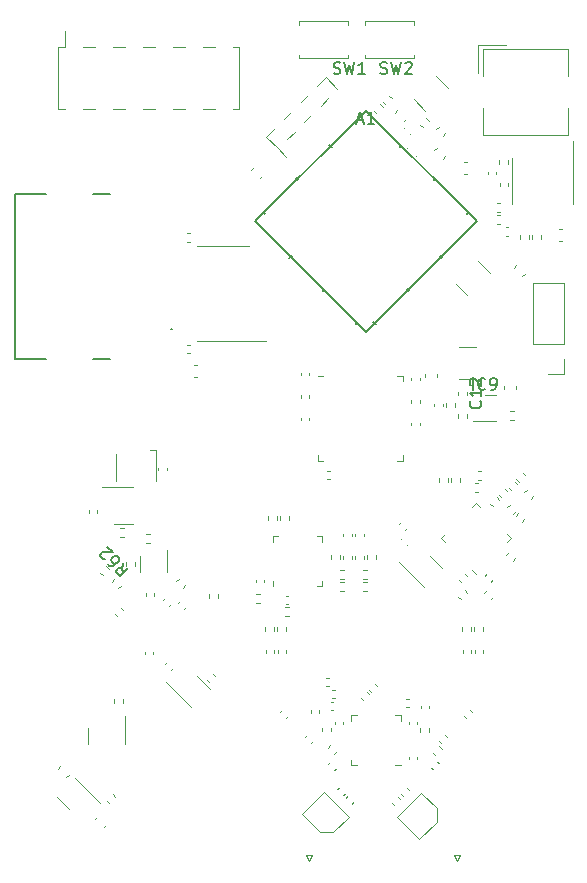
<source format=gbr>
%TF.GenerationSoftware,KiCad,Pcbnew,(6.0.4)*%
%TF.CreationDate,2023-05-16T14:10:18+09:00*%
%TF.ProjectId,RFB,5246422e-6b69-4636-9164-5f7063625858,rev?*%
%TF.SameCoordinates,Original*%
%TF.FileFunction,Legend,Top*%
%TF.FilePolarity,Positive*%
%FSLAX46Y46*%
G04 Gerber Fmt 4.6, Leading zero omitted, Abs format (unit mm)*
G04 Created by KiCad (PCBNEW (6.0.4)) date 2023-05-16 14:10:18*
%MOMM*%
%LPD*%
G01*
G04 APERTURE LIST*
%ADD10C,0.150000*%
%ADD11C,0.120000*%
%ADD12C,0.152400*%
%ADD13C,0.200000*%
%ADD14C,0.100000*%
G04 APERTURE END LIST*
D10*
X62268266Y-34872561D02*
X62411123Y-34920180D01*
X62649219Y-34920180D01*
X62744457Y-34872561D01*
X62792076Y-34824942D01*
X62839695Y-34729704D01*
X62839695Y-34634466D01*
X62792076Y-34539228D01*
X62744457Y-34491609D01*
X62649219Y-34443990D01*
X62458742Y-34396371D01*
X62363504Y-34348752D01*
X62315885Y-34301133D01*
X62268266Y-34205895D01*
X62268266Y-34110657D01*
X62315885Y-34015419D01*
X62363504Y-33967800D01*
X62458742Y-33920180D01*
X62696838Y-33920180D01*
X62839695Y-33967800D01*
X63173028Y-33920180D02*
X63411123Y-34920180D01*
X63601600Y-34205895D01*
X63792076Y-34920180D01*
X64030171Y-33920180D01*
X64363504Y-34015419D02*
X64411123Y-33967800D01*
X64506361Y-33920180D01*
X64744457Y-33920180D01*
X64839695Y-33967800D01*
X64887314Y-34015419D01*
X64934933Y-34110657D01*
X64934933Y-34205895D01*
X64887314Y-34348752D01*
X64315885Y-34920180D01*
X64934933Y-34920180D01*
X58305866Y-34872561D02*
X58448723Y-34920180D01*
X58686819Y-34920180D01*
X58782057Y-34872561D01*
X58829676Y-34824942D01*
X58877295Y-34729704D01*
X58877295Y-34634466D01*
X58829676Y-34539228D01*
X58782057Y-34491609D01*
X58686819Y-34443990D01*
X58496342Y-34396371D01*
X58401104Y-34348752D01*
X58353485Y-34301133D01*
X58305866Y-34205895D01*
X58305866Y-34110657D01*
X58353485Y-34015419D01*
X58401104Y-33967800D01*
X58496342Y-33920180D01*
X58734438Y-33920180D01*
X58877295Y-33967800D01*
X59210628Y-33920180D02*
X59448723Y-34920180D01*
X59639200Y-34205895D01*
X59829676Y-34920180D01*
X60067771Y-33920180D01*
X60972533Y-34920180D02*
X60401104Y-34920180D01*
X60686819Y-34920180D02*
X60686819Y-33920180D01*
X60591580Y-34063038D01*
X60496342Y-34158276D01*
X60401104Y-34205895D01*
X60328914Y-38845266D02*
X60805104Y-38845266D01*
X60233676Y-39130980D02*
X60567009Y-38130980D01*
X60900342Y-39130980D01*
X61757485Y-39130980D02*
X61186057Y-39130980D01*
X61471771Y-39130980D02*
X61471771Y-38130980D01*
X61376533Y-38273838D01*
X61281295Y-38369076D01*
X61186057Y-38416695D01*
%TO.C,IC9*%
X70119909Y-61687180D02*
X70119909Y-60687180D01*
X71167528Y-61591942D02*
X71119909Y-61639561D01*
X70977052Y-61687180D01*
X70881814Y-61687180D01*
X70738957Y-61639561D01*
X70643719Y-61544323D01*
X70596100Y-61449085D01*
X70548480Y-61258609D01*
X70548480Y-61115752D01*
X70596100Y-60925276D01*
X70643719Y-60830038D01*
X70738957Y-60734800D01*
X70881814Y-60687180D01*
X70977052Y-60687180D01*
X71119909Y-60734800D01*
X71167528Y-60782419D01*
X71643719Y-61687180D02*
X71834195Y-61687180D01*
X71929433Y-61639561D01*
X71977052Y-61591942D01*
X72072290Y-61449085D01*
X72119909Y-61258609D01*
X72119909Y-60877657D01*
X72072290Y-60782419D01*
X72024671Y-60734800D01*
X71929433Y-60687180D01*
X71738957Y-60687180D01*
X71643719Y-60734800D01*
X71596100Y-60782419D01*
X71548480Y-60877657D01*
X71548480Y-61115752D01*
X71596100Y-61210990D01*
X71643719Y-61258609D01*
X71738957Y-61306228D01*
X71929433Y-61306228D01*
X72024671Y-61258609D01*
X72072290Y-61210990D01*
X72119909Y-61115752D01*
%TO.C,C12*%
X70732142Y-62618857D02*
X70779761Y-62666476D01*
X70827380Y-62809333D01*
X70827380Y-62904571D01*
X70779761Y-63047428D01*
X70684523Y-63142666D01*
X70589285Y-63190285D01*
X70398809Y-63237904D01*
X70255952Y-63237904D01*
X70065476Y-63190285D01*
X69970238Y-63142666D01*
X69875000Y-63047428D01*
X69827380Y-62904571D01*
X69827380Y-62809333D01*
X69875000Y-62666476D01*
X69922619Y-62618857D01*
X70827380Y-61666476D02*
X70827380Y-62237904D01*
X70827380Y-61952190D02*
X69827380Y-61952190D01*
X69970238Y-62047428D01*
X70065476Y-62142666D01*
X70113095Y-62237904D01*
X69922619Y-61285523D02*
X69875000Y-61237904D01*
X69827380Y-61142666D01*
X69827380Y-60904571D01*
X69875000Y-60809333D01*
X69922619Y-60761714D01*
X70017857Y-60714095D01*
X70113095Y-60714095D01*
X70255952Y-60761714D01*
X70827380Y-61333142D01*
X70827380Y-60714095D01*
%TO.C,R62*%
X40509541Y-76315148D02*
X40408526Y-76887567D01*
X40913602Y-76719209D02*
X40206495Y-77426315D01*
X39937121Y-77156941D01*
X39903449Y-77055926D01*
X39903449Y-76988583D01*
X39937121Y-76887567D01*
X40038136Y-76786552D01*
X40139152Y-76752880D01*
X40206495Y-76752880D01*
X40307510Y-76786552D01*
X40576884Y-77055926D01*
X39196342Y-76416163D02*
X39331029Y-76550850D01*
X39432045Y-76584522D01*
X39499388Y-76584522D01*
X39667747Y-76550850D01*
X39836106Y-76449835D01*
X40105480Y-76180461D01*
X40139152Y-76079445D01*
X40139152Y-76012102D01*
X40105480Y-75911086D01*
X39970793Y-75776399D01*
X39869778Y-75742728D01*
X39802434Y-75742728D01*
X39701419Y-75776399D01*
X39533060Y-75944758D01*
X39499388Y-76045773D01*
X39499388Y-76113117D01*
X39533060Y-76214132D01*
X39667747Y-76348819D01*
X39768762Y-76382491D01*
X39836106Y-76382491D01*
X39937121Y-76348819D01*
X38926968Y-76012102D02*
X38859625Y-76012102D01*
X38758610Y-75978430D01*
X38590251Y-75810071D01*
X38556579Y-75709056D01*
X38556579Y-75641712D01*
X38590251Y-75540697D01*
X38657594Y-75473354D01*
X38792281Y-75406010D01*
X39600403Y-75406010D01*
X39162671Y-74968277D01*
D11*
%TO.C,IC9*%
X70096100Y-64294800D02*
X72096100Y-64294800D01*
X71096100Y-62074800D02*
X72096100Y-62074800D01*
%TO.C,C12*%
X69575000Y-61868164D02*
X69575000Y-62083836D01*
X68855000Y-61868164D02*
X68855000Y-62083836D01*
%TO.C,R57*%
X57730959Y-69264800D02*
X58038241Y-69264800D01*
X57730959Y-68504800D02*
X58038241Y-68504800D01*
%TO.C,R62*%
X39067836Y-76630435D02*
X39285117Y-76847716D01*
X38530435Y-77167836D02*
X38747716Y-77385117D01*
%TO.C,J1*%
X68757800Y-101562200D02*
X69007800Y-101062200D01*
X68507800Y-101062200D02*
X68757800Y-101562200D01*
X69007800Y-101062200D02*
X68507800Y-101062200D01*
%TO.C,R55*%
X47753000Y-79300041D02*
X47753000Y-78992759D01*
X48513000Y-79300041D02*
X48513000Y-78992759D01*
%TO.C,J7*%
X49756600Y-32655200D02*
X50326600Y-32655200D01*
X47216600Y-37855200D02*
X48236600Y-37855200D01*
X50326600Y-37855200D02*
X50326600Y-32655200D01*
X42136600Y-37855200D02*
X43156600Y-37855200D01*
X39596600Y-37855200D02*
X40616600Y-37855200D01*
X34966600Y-37855200D02*
X34966600Y-32655200D01*
X37056600Y-37855200D02*
X38076600Y-37855200D01*
X44676600Y-32655200D02*
X45696600Y-32655200D01*
X47216600Y-32655200D02*
X48236600Y-32655200D01*
X34966600Y-32655200D02*
X35536600Y-32655200D01*
X39596600Y-32655200D02*
X40616600Y-32655200D01*
X35536600Y-32655200D02*
X35536600Y-31295200D01*
X49756600Y-37855200D02*
X50326600Y-37855200D01*
X34966600Y-37855200D02*
X35536600Y-37855200D01*
X44676600Y-37855200D02*
X45696600Y-37855200D01*
X37056600Y-32655200D02*
X38076600Y-32655200D01*
X42136600Y-32655200D02*
X43156600Y-32655200D01*
D12*
%TO.C,U11*%
X64511169Y-53133129D02*
X64690775Y-53312734D01*
X54749631Y-50304707D02*
X54570026Y-50484312D01*
X70419998Y-47403905D02*
X61044611Y-38028518D01*
X63945413Y-41108925D02*
X64125018Y-40929320D01*
X55315387Y-43937347D02*
X55135782Y-43757741D01*
X57578053Y-53133129D02*
X57398447Y-53312734D01*
X61044611Y-38028518D02*
X51669224Y-47403905D01*
X52486966Y-46765768D02*
X52307361Y-46586163D01*
X60406474Y-55961550D02*
X60226869Y-56141155D01*
X61044611Y-56779292D02*
X70419998Y-47403905D01*
X67339591Y-50304707D02*
X67519196Y-50484312D01*
X51669224Y-47403905D02*
X61044611Y-56779292D01*
X66773835Y-43937347D02*
X66953440Y-43757741D01*
X69602256Y-46765768D02*
X69781861Y-46586163D01*
X58143809Y-41108925D02*
X57964204Y-40929320D01*
X61682748Y-55961550D02*
X61862353Y-56141155D01*
D11*
%TO.C,R7*%
X75868800Y-48896241D02*
X75868800Y-48588959D01*
X75108800Y-48896241D02*
X75108800Y-48588959D01*
%TO.C,J6*%
X77834800Y-52619600D02*
X75174800Y-52619600D01*
X77834800Y-57759600D02*
X77834800Y-52619600D01*
X77834800Y-59029600D02*
X77834800Y-60359600D01*
X75174800Y-57759600D02*
X75174800Y-52619600D01*
X77834800Y-60359600D02*
X76504800Y-60359600D01*
X77834800Y-57759600D02*
X75174800Y-57759600D01*
%TO.C,FL3*%
X57488573Y-95726179D02*
X59574538Y-97812144D01*
X57135020Y-99120292D02*
X55614740Y-97600012D01*
X58266390Y-99120292D02*
X57135020Y-99120292D01*
X55614740Y-97600012D02*
X57488573Y-95726179D01*
X59574538Y-97812144D02*
X58266390Y-99120292D01*
%TO.C,U1*%
X39869800Y-69389800D02*
X39869800Y-67109800D01*
X42749800Y-66789800D02*
X43289800Y-66789800D01*
X43289800Y-66789800D02*
X43289800Y-69399800D01*
%TO.C,R9*%
X42772841Y-74649600D02*
X42465559Y-74649600D01*
X42772841Y-73889600D02*
X42465559Y-73889600D01*
%TO.C,C74*%
X57876779Y-93379104D02*
X58029282Y-93226601D01*
X58385896Y-93888221D02*
X58538399Y-93735718D01*
%TO.C,C31*%
X44059282Y-79307401D02*
X43906779Y-79459904D01*
X44568399Y-79816518D02*
X44415896Y-79969021D01*
%TO.C,R31*%
X69212000Y-82092041D02*
X69212000Y-81784759D01*
X69972000Y-82092041D02*
X69972000Y-81784759D01*
%TO.C,R21*%
X58868159Y-77949600D02*
X59175441Y-77949600D01*
X58868159Y-78709600D02*
X59175441Y-78709600D01*
%TO.C,R2*%
X61942940Y-38248741D02*
X61725659Y-38031460D01*
X62480341Y-37711340D02*
X62263060Y-37494059D01*
%TO.C,C55*%
X60137000Y-73875764D02*
X60137000Y-74091436D01*
X60857000Y-73875764D02*
X60857000Y-74091436D01*
%TO.C,R46*%
X39843917Y-96126316D02*
X39626636Y-95909035D01*
X39306516Y-96663717D02*
X39089235Y-96446436D01*
%TO.C,C65*%
X64677236Y-88548800D02*
X64461564Y-88548800D01*
X64677236Y-87828800D02*
X64461564Y-87828800D01*
%TO.C,C53*%
X52455400Y-77771164D02*
X52455400Y-77986836D01*
X51735400Y-77771164D02*
X51735400Y-77986836D01*
%TO.C,C153*%
X64235990Y-39547293D02*
X64388493Y-39394790D01*
X64745107Y-40056410D02*
X64897610Y-39903907D01*
%TO.C,IC7*%
X48971300Y-57551200D02*
X52571300Y-57551200D01*
X48971300Y-49481200D02*
X51171300Y-49481200D01*
X48971300Y-49481200D02*
X46771300Y-49481200D01*
X48971300Y-57551200D02*
X46771300Y-57551200D01*
%TO.C,U10*%
X38558504Y-96697242D02*
X36437183Y-94575921D01*
X35928066Y-97206359D02*
X34867406Y-96145698D01*
%TO.C,R6*%
X45224716Y-77681883D02*
X45007435Y-77899164D01*
X45762117Y-78219284D02*
X45544836Y-78436565D01*
%TO.C,C89*%
X38833299Y-98722240D02*
X39032110Y-98523429D01*
X38112050Y-98000991D02*
X38310861Y-97802180D01*
%TO.C,C35*%
X55542900Y-60229964D02*
X55542900Y-60445636D01*
X56262900Y-60229964D02*
X56262900Y-60445636D01*
%TO.C,C36*%
X55542900Y-62134964D02*
X55542900Y-62350636D01*
X56262900Y-62134964D02*
X56262900Y-62350636D01*
%TO.C,IC1*%
X40531200Y-69930998D02*
X41331200Y-69930998D01*
X40531200Y-73050998D02*
X41331200Y-73050998D01*
X40531200Y-69930998D02*
X38731200Y-69930998D01*
X40531200Y-73050998D02*
X39731200Y-73050998D01*
%TO.C,C61*%
X58754983Y-95356656D02*
X58602480Y-95509159D01*
X59264100Y-95865773D02*
X59111597Y-96018276D01*
%TO.C,C72*%
X57078200Y-88794764D02*
X57078200Y-89010436D01*
X56358200Y-88794764D02*
X56358200Y-89010436D01*
%TO.C,C101*%
X73107436Y-48620000D02*
X72891764Y-48620000D01*
X73107436Y-47900000D02*
X72891764Y-47900000D01*
%TO.C,R71*%
X69595000Y-64058041D02*
X69595000Y-63750759D01*
X68835000Y-64058041D02*
X68835000Y-63750759D01*
%TO.C,C79*%
X69952000Y-83950636D02*
X69952000Y-83734964D01*
X69232000Y-83950636D02*
X69232000Y-83734964D01*
%TO.C,R13*%
X53544200Y-82096041D02*
X53544200Y-81788759D01*
X54304200Y-82096041D02*
X54304200Y-81788759D01*
%TO.C,C15*%
X42337400Y-83861964D02*
X42337400Y-84077636D01*
X43057400Y-83861964D02*
X43057400Y-84077636D01*
%TO.C,C151*%
X64243819Y-38941030D02*
X64442630Y-38742219D01*
X63522570Y-38219781D02*
X63721381Y-38020970D01*
%TO.C,U22*%
X46784289Y-85905311D02*
X47844949Y-86965972D01*
X44153851Y-86414428D02*
X46275172Y-88535749D01*
%TO.C,R17*%
X58845000Y-75992041D02*
X58845000Y-75684759D01*
X58085000Y-75992041D02*
X58085000Y-75684759D01*
%TO.C,SW2*%
X55410200Y-30759400D02*
X55410200Y-30459400D01*
X59550200Y-33599400D02*
X55410200Y-33599400D01*
X59550200Y-30459400D02*
X59550200Y-30759400D01*
X59550200Y-33299400D02*
X59550200Y-33599400D01*
X55410200Y-33599400D02*
X55410200Y-33299400D01*
X55410200Y-30459400D02*
X59550200Y-30459400D01*
%TO.C,R15*%
X54229759Y-80087200D02*
X54537041Y-80087200D01*
X54229759Y-80847200D02*
X54537041Y-80847200D01*
%TO.C,R25*%
X57938641Y-86030800D02*
X57631359Y-86030800D01*
X57938641Y-86790800D02*
X57631359Y-86790800D01*
%TO.C,C82*%
X70298364Y-70286200D02*
X70514036Y-70286200D01*
X70298364Y-69566200D02*
X70514036Y-69566200D01*
%TO.C,U7*%
X53139000Y-74086000D02*
X53614000Y-74086000D01*
X57359000Y-77831000D02*
X57359000Y-78306000D01*
X53139000Y-74561000D02*
X53139000Y-74086000D01*
X57359000Y-74086000D02*
X56884000Y-74086000D01*
X57359000Y-74561000D02*
X57359000Y-74086000D01*
X57359000Y-78306000D02*
X56884000Y-78306000D01*
X53139000Y-77831000D02*
X53139000Y-78306000D01*
%TO.C,C44*%
X64890100Y-64687336D02*
X64890100Y-64471664D01*
X65610100Y-64687336D02*
X65610100Y-64471664D01*
%TO.C,C143*%
X44688421Y-85208296D02*
X44535918Y-85360799D01*
X44179304Y-84699179D02*
X44026801Y-84851682D01*
%TO.C,C51*%
X53268200Y-83950636D02*
X53268200Y-83734964D01*
X52548200Y-83950636D02*
X52548200Y-83734964D01*
%TO.C,C57*%
X59841000Y-75755364D02*
X59841000Y-75971036D01*
X59121000Y-75755364D02*
X59121000Y-75971036D01*
%TO.C,R20*%
X60798559Y-77693600D02*
X61105841Y-77693600D01*
X60798559Y-76933600D02*
X61105841Y-76933600D01*
%TO.C,C45*%
X64890100Y-60661664D02*
X64890100Y-60877336D01*
X65610100Y-60661664D02*
X65610100Y-60877336D01*
%TO.C,U20*%
X66443889Y-75719911D02*
X67504549Y-76780572D01*
X63813451Y-76229028D02*
X65934772Y-78350349D01*
%TO.C,C86*%
X73652710Y-69475033D02*
X73805213Y-69627536D01*
X73143593Y-69984150D02*
X73296096Y-70136653D01*
%TO.C,C87*%
X43480400Y-68482036D02*
X43480400Y-68266364D01*
X44200400Y-68482036D02*
X44200400Y-68266364D01*
%TO.C,R70*%
X68579000Y-63096841D02*
X68579000Y-62789559D01*
X67819000Y-63096841D02*
X67819000Y-62789559D01*
%TO.C,R65*%
X72442041Y-46864000D02*
X72134759Y-46864000D01*
X72442041Y-47624000D02*
X72134759Y-47624000D01*
%TO.C,C81*%
X69444107Y-77291590D02*
X69596610Y-77444093D01*
X68934990Y-77800707D02*
X69087493Y-77953210D01*
%TO.C,C95*%
X45916964Y-57856800D02*
X46132636Y-57856800D01*
X45916964Y-58576800D02*
X46132636Y-58576800D01*
%TO.C,C100*%
X46135236Y-49153400D02*
X45919564Y-49153400D01*
X46135236Y-48433400D02*
X45919564Y-48433400D01*
%TO.C,U9*%
X67709885Y-74585193D02*
X67374009Y-74249317D01*
X73006115Y-73913441D02*
X73341991Y-74249317D01*
X73341991Y-74249317D02*
X73006115Y-74585193D01*
X70693876Y-71601202D02*
X70358000Y-71265326D01*
X67374009Y-74249317D02*
X67709885Y-73913441D01*
X70022124Y-76897432D02*
X70358000Y-77233308D01*
X70358000Y-71265326D02*
X70022124Y-71601202D01*
%TO.C,C47*%
X56557199Y-91398918D02*
X56404696Y-91551421D01*
X56048082Y-90889801D02*
X55895579Y-91042304D01*
%TO.C,C85*%
X72322401Y-70596318D02*
X72474904Y-70748821D01*
X72831518Y-70087201D02*
X72984021Y-70239704D01*
%TO.C,R16*%
X51763959Y-78969600D02*
X52071241Y-78969600D01*
X51763959Y-79729600D02*
X52071241Y-79729600D01*
%TO.C,C1*%
X38307600Y-72091436D02*
X38307600Y-71875764D01*
X37587600Y-72091436D02*
X37587600Y-71875764D01*
%TO.C,C52*%
X54245564Y-79091200D02*
X54461236Y-79091200D01*
X54245564Y-79811200D02*
X54461236Y-79811200D01*
D13*
%TO.C,J4*%
X33922000Y-45054000D02*
X31352000Y-45054000D01*
X31352000Y-59054000D02*
X33922000Y-59054000D01*
X37922000Y-59054000D02*
X37922000Y-59054000D01*
X39422000Y-59054000D02*
X39422000Y-59054000D01*
X31352000Y-59054000D02*
X31352000Y-45054000D01*
X37922000Y-45054000D02*
X39422000Y-45054000D01*
X31352000Y-45054000D02*
X31352000Y-59054000D01*
X31352000Y-45054000D02*
X33922000Y-45054000D01*
X33922000Y-59054000D02*
X31352000Y-59054000D01*
X33922000Y-45054000D02*
X33922000Y-45054000D01*
X39422000Y-45054000D02*
X39422000Y-45054000D01*
X37922000Y-59054000D02*
X39422000Y-59054000D01*
X37922000Y-45054000D02*
X37922000Y-45054000D01*
X31352000Y-59054000D02*
X31352000Y-59054000D01*
X33922000Y-59054000D02*
X33922000Y-59054000D01*
X44522000Y-56554000D02*
X44522000Y-56554000D01*
X39422000Y-45054000D02*
X37922000Y-45054000D01*
X31352000Y-59054000D02*
X31352000Y-59054000D01*
X31352000Y-45054000D02*
X31352000Y-45054000D01*
X39422000Y-59054000D02*
X37922000Y-59054000D01*
X44622000Y-56554000D02*
X44622000Y-56554000D01*
X31352000Y-45054000D02*
X31352000Y-45054000D01*
X44622000Y-56554000D02*
X44622000Y-56554000D01*
X44522000Y-56554000D02*
G75*
G03*
X44622000Y-56554000I50000J0D01*
G01*
X44622000Y-56554000D02*
G75*
G03*
X44522000Y-56554000I-50000J0D01*
G01*
X44622000Y-56554000D02*
G75*
G03*
X44522000Y-56554000I-50000J0D01*
G01*
D11*
%TO.C,C58*%
X60857000Y-75760564D02*
X60857000Y-75976236D01*
X60137000Y-75760564D02*
X60137000Y-75976236D01*
%TO.C,C109*%
X69634980Y-42365200D02*
X69353820Y-42365200D01*
X69634980Y-43385200D02*
X69353820Y-43385200D01*
%TO.C,R39*%
X73469484Y-76165917D02*
X73686765Y-75948636D01*
X72932083Y-75628516D02*
X73149364Y-75411235D01*
%TO.C,C16*%
X43133600Y-79124636D02*
X43133600Y-78908964D01*
X42413600Y-79124636D02*
X42413600Y-78908964D01*
%TO.C,R42*%
X53780200Y-72357359D02*
X53780200Y-72664641D01*
X54540200Y-72357359D02*
X54540200Y-72664641D01*
%TO.C,C123*%
X64032893Y-72846590D02*
X63880390Y-72999093D01*
X64542010Y-73355707D02*
X64389507Y-73508210D01*
%TO.C,C91*%
X68937348Y-58025200D02*
X70359852Y-58025200D01*
X68937348Y-60745200D02*
X70359852Y-60745200D01*
%TO.C,C77*%
X69479738Y-89469416D02*
X69327235Y-89316913D01*
X69988855Y-88960299D02*
X69836352Y-88807796D01*
%TO.C,C129*%
X47776950Y-86426475D02*
X47624447Y-86273972D01*
X48286067Y-85917358D02*
X48133564Y-85764855D01*
%TO.C,C83*%
X70554964Y-69295600D02*
X70770636Y-69295600D01*
X70554964Y-68575600D02*
X70770636Y-68575600D01*
%TO.C,C66*%
X58388800Y-89789364D02*
X58388800Y-90005036D01*
X59108800Y-89789364D02*
X59108800Y-90005036D01*
%TO.C,C71*%
X66734504Y-93812021D02*
X66582001Y-93659518D01*
X67243621Y-93302904D02*
X67091118Y-93150401D01*
%TO.C,FL2*%
X63663843Y-97870666D02*
X65749808Y-95784701D01*
X65537676Y-99744499D02*
X63663843Y-97870666D01*
X67057956Y-98224219D02*
X65537676Y-99744499D01*
X65749808Y-95784701D02*
X67057956Y-97092849D01*
X67057956Y-97092849D02*
X67057956Y-98224219D01*
%TO.C,C147*%
X65083404Y-37034734D02*
X66089266Y-38040596D01*
X67006734Y-35111404D02*
X68012596Y-36117266D01*
%TO.C,C64*%
X60612758Y-87806317D02*
X60765261Y-87958820D01*
X61121875Y-87297200D02*
X61274378Y-87449703D01*
%TO.C,C33*%
X77661380Y-48029400D02*
X77380220Y-48029400D01*
X77661380Y-49049400D02*
X77380220Y-49049400D01*
%TO.C,R60*%
X74852800Y-48896241D02*
X74852800Y-48588959D01*
X74092800Y-48896241D02*
X74092800Y-48588959D01*
%TO.C,R28*%
X66420000Y-90295759D02*
X66420000Y-90603041D01*
X65660000Y-90295759D02*
X65660000Y-90603041D01*
%TO.C,C63*%
X61992799Y-86731282D02*
X61840296Y-86578779D01*
X61483682Y-87240399D02*
X61331179Y-87087896D01*
%TO.C,R30*%
X70228000Y-82096041D02*
X70228000Y-81788759D01*
X70988000Y-82096041D02*
X70988000Y-81788759D01*
%TO.C,C133*%
X64652821Y-74692696D02*
X64500318Y-74845199D01*
X64143704Y-74183579D02*
X63991201Y-74336082D01*
%TO.C,C120*%
X72718200Y-61646380D02*
X72718200Y-61365220D01*
X73738200Y-61646380D02*
X73738200Y-61365220D01*
%TO.C,C9*%
X68639404Y-52681134D02*
X69645266Y-53686996D01*
X70562734Y-50757804D02*
X71568596Y-51763666D01*
%TO.C,R38*%
X73714459Y-72331540D02*
X73931740Y-72114259D01*
X74251860Y-72868941D02*
X74469141Y-72651660D01*
%TO.C,C148*%
X66849970Y-41394781D02*
X67048781Y-41195970D01*
X67571219Y-42116030D02*
X67770030Y-41917219D01*
%TO.C,C60*%
X64670296Y-95553198D02*
X64517793Y-95400695D01*
X64161179Y-96062315D02*
X64008676Y-95909812D01*
%TO.C,C62*%
X59324579Y-96223904D02*
X59477082Y-96071401D01*
X59833696Y-96733021D02*
X59986199Y-96580518D01*
%TO.C,U8*%
X60263400Y-89232400D02*
X59788400Y-89232400D01*
X63533400Y-93452400D02*
X64008400Y-93452400D01*
X59788400Y-89232400D02*
X59788400Y-89707400D01*
X64008400Y-89232400D02*
X64008400Y-89707400D01*
X63533400Y-89232400D02*
X64008400Y-89232400D01*
X60263400Y-93452400D02*
X59788400Y-93452400D01*
X59788400Y-93452400D02*
X59788400Y-92977400D01*
%TO.C,R8*%
X39743340Y-77727659D02*
X39526059Y-77944940D01*
X40280741Y-78265060D02*
X40063460Y-78482341D01*
%TO.C,R40*%
X68225400Y-69160959D02*
X68225400Y-69468241D01*
X68985400Y-69160959D02*
X68985400Y-69468241D01*
%TO.C,R49*%
X67763541Y-39936460D02*
X67546260Y-40153741D01*
X67226140Y-39399059D02*
X67008859Y-39616340D01*
%TO.C,R24*%
X58137359Y-87806800D02*
X58444641Y-87806800D01*
X58137359Y-87046800D02*
X58444641Y-87046800D01*
%TO.C,R43*%
X52764200Y-72664641D02*
X52764200Y-72357359D01*
X53524200Y-72664641D02*
X53524200Y-72357359D01*
%TO.C,R22*%
X61107841Y-77949600D02*
X60800559Y-77949600D01*
X61107841Y-78709600D02*
X60800559Y-78709600D01*
%TO.C,R14*%
X52528200Y-82094041D02*
X52528200Y-81786759D01*
X53288200Y-82094041D02*
X53288200Y-81786759D01*
%TO.C,C14*%
X45685896Y-80197621D02*
X45838399Y-80045118D01*
X45176779Y-79688504D02*
X45329282Y-79536001D01*
D14*
%TO.C,D2*%
X65293854Y-41918746D02*
G75*
G03*
X65293854Y-41918746I-50000J0D01*
G01*
D11*
%TO.C,R45*%
X40461200Y-88188042D02*
X40461200Y-87880760D01*
X39701200Y-88188042D02*
X39701200Y-87880760D01*
%TO.C,C106*%
X74291427Y-52058222D02*
X74490238Y-51859411D01*
X73570178Y-51336973D02*
X73768989Y-51138162D01*
%TO.C,C78*%
X70248000Y-83950636D02*
X70248000Y-83734964D01*
X70968000Y-83950636D02*
X70968000Y-83734964D01*
%TO.C,R35*%
X74550365Y-68907564D02*
X74333084Y-68690283D01*
X74012964Y-69444965D02*
X73795683Y-69227684D01*
%TO.C,C18*%
X40453599Y-80305082D02*
X40301096Y-80152579D01*
X39944482Y-80814199D02*
X39791979Y-80661696D01*
%TO.C,L8*%
X70929000Y-37824400D02*
X70929000Y-40094400D01*
X70549000Y-32474400D02*
X72882333Y-32474400D01*
X70929000Y-32854400D02*
X70929000Y-35124400D01*
X78169000Y-37824400D02*
X78169000Y-40094400D01*
X78169000Y-32854400D02*
X78169000Y-35124400D01*
X70929000Y-40094400D02*
X78169000Y-40094400D01*
X70929000Y-32854400D02*
X78169000Y-32854400D01*
X70549000Y-34807733D02*
X70549000Y-32474400D01*
%TO.C,J5*%
X53600139Y-41235739D02*
X52617261Y-40252861D01*
X55530541Y-37339581D02*
X56152795Y-36717327D01*
X53600139Y-41235739D02*
X53600139Y-41235739D01*
X53600139Y-41235739D02*
X54303710Y-41939311D01*
X52617261Y-40252861D02*
X53324367Y-39545754D01*
X56944754Y-35925367D02*
X57651861Y-35218261D01*
X54392099Y-40443780D02*
X55014353Y-39821526D01*
X54116327Y-38753795D02*
X54738581Y-38131541D01*
X57651861Y-35218261D02*
X57651861Y-35218261D01*
X57220526Y-37615353D02*
X57842780Y-36993099D01*
X55806312Y-39029566D02*
X56428566Y-38407312D01*
X58634739Y-36201139D02*
X57651861Y-35218261D01*
%TO.C,SW3*%
X65138200Y-33599400D02*
X60998200Y-33599400D01*
X65138200Y-33299400D02*
X65138200Y-33599400D01*
X60998200Y-33599400D02*
X60998200Y-33299400D01*
X60998200Y-30759400D02*
X60998200Y-30459400D01*
X60998200Y-30459400D02*
X65138200Y-30459400D01*
X65138200Y-30459400D02*
X65138200Y-30759400D01*
%TO.C,R37*%
X74456083Y-70345316D02*
X74673364Y-70128035D01*
X74993484Y-70882717D02*
X75210765Y-70665436D01*
%TO.C,R1*%
X40232359Y-74116200D02*
X40539641Y-74116200D01*
X40232359Y-73356200D02*
X40539641Y-73356200D01*
%TO.C,R19*%
X59177441Y-76933600D02*
X58870159Y-76933600D01*
X59177441Y-77693600D02*
X58870159Y-77693600D01*
%TO.C,C49*%
X54471941Y-89317337D02*
X54319438Y-89469840D01*
X53962824Y-88808220D02*
X53810321Y-88960723D01*
%TO.C,R4*%
X66169636Y-38682835D02*
X66386917Y-38900116D01*
X65632235Y-39220236D02*
X65849516Y-39437517D01*
%TO.C,J2*%
X56485600Y-101087600D02*
X55985600Y-101087600D01*
X55985600Y-101087600D02*
X56235600Y-101587600D01*
X56235600Y-101587600D02*
X56485600Y-101087600D01*
%TO.C,C130*%
X66848400Y-62833364D02*
X66848400Y-63049036D01*
X67568400Y-62833364D02*
X67568400Y-63049036D01*
%TO.C,Q1*%
X40676000Y-90982800D02*
X40676000Y-89307800D01*
X40676000Y-90982800D02*
X40676000Y-91632800D01*
X37556000Y-90982800D02*
X37556000Y-91632800D01*
X37556000Y-90982800D02*
X37556000Y-90332800D01*
%TO.C,C119*%
X46456020Y-59535600D02*
X46737180Y-59535600D01*
X46456020Y-60555600D02*
X46737180Y-60555600D01*
%TO.C,R36*%
X73215516Y-71408083D02*
X72998235Y-71625364D01*
X73752917Y-71945484D02*
X73535636Y-72162765D01*
%TO.C,U5*%
X41918397Y-75722400D02*
X41918397Y-77122400D01*
X44238397Y-77122400D02*
X44238397Y-75222400D01*
%TO.C,C80*%
X71103201Y-77460282D02*
X71255704Y-77307779D01*
X71612318Y-77969399D02*
X71764821Y-77816896D01*
%TO.C,C37*%
X55542900Y-64037264D02*
X55542900Y-64252936D01*
X56262900Y-64037264D02*
X56262900Y-64252936D01*
%TO.C,C67*%
X58276436Y-88082800D02*
X58060764Y-88082800D01*
X58276436Y-88802800D02*
X58060764Y-88802800D01*
%TO.C,R34*%
X72330517Y-70980316D02*
X72113236Y-70763035D01*
X71793116Y-71517717D02*
X71575835Y-71300436D01*
%TO.C,R32*%
X71077883Y-78879716D02*
X71295164Y-78662435D01*
X71615284Y-79417117D02*
X71832565Y-79199836D01*
%TO.C,C139*%
X66012600Y-60617980D02*
X66012600Y-60336820D01*
X67032600Y-60617980D02*
X67032600Y-60336820D01*
%TO.C,C93*%
X73080200Y-44189764D02*
X73080200Y-44405436D01*
X72360200Y-44189764D02*
X72360200Y-44405436D01*
%TO.C,R41*%
X67209400Y-69472241D02*
X67209400Y-69164959D01*
X67969400Y-69472241D02*
X67969400Y-69164959D01*
%TO.C,IC3*%
X63711500Y-60461500D02*
X64186500Y-60461500D01*
X64186500Y-60461500D02*
X64186500Y-60936500D01*
X63711500Y-67681500D02*
X64186500Y-67681500D01*
X64186500Y-67681500D02*
X64186500Y-67206500D01*
X57441500Y-67681500D02*
X56966500Y-67681500D01*
X57441500Y-60461500D02*
X56966500Y-60461500D01*
X56966500Y-67681500D02*
X56966500Y-67206500D01*
%TO.C,R33*%
X69395436Y-78637035D02*
X69612717Y-78854316D01*
X68858035Y-79174436D02*
X69075316Y-79391717D01*
%TO.C,R27*%
X58026316Y-91753483D02*
X57809035Y-91970764D01*
X58563717Y-92290884D02*
X58346436Y-92508165D01*
%TO.C,C46*%
X65610100Y-62564064D02*
X65610100Y-62779736D01*
X64890100Y-62564064D02*
X64890100Y-62779736D01*
%TO.C,R29*%
X58114200Y-90270359D02*
X58114200Y-90577641D01*
X57354200Y-90270359D02*
X57354200Y-90577641D01*
%TO.C,C149*%
X52276030Y-43568219D02*
X52077219Y-43767030D01*
X51554781Y-42846970D02*
X51355970Y-43045781D01*
%TO.C,C59*%
X63293933Y-96631909D02*
X63446436Y-96784412D01*
X63803050Y-96122792D02*
X63955553Y-96275295D01*
%TO.C,C73*%
X65680000Y-88436564D02*
X65680000Y-88652236D01*
X66400000Y-88436564D02*
X66400000Y-88652236D01*
%TO.C,R56*%
X72340200Y-42520841D02*
X72340200Y-42213559D01*
X73100200Y-42520841D02*
X73100200Y-42213559D01*
%TO.C,R10*%
X41502600Y-76272959D02*
X41502600Y-76580241D01*
X40742600Y-76272959D02*
X40742600Y-76580241D01*
%TO.C,C75*%
X67394904Y-91551421D02*
X67242401Y-91398918D01*
X67904021Y-91042304D02*
X67751518Y-90889801D01*
%TO.C,R18*%
X61893000Y-75992041D02*
X61893000Y-75684759D01*
X61133000Y-75992041D02*
X61133000Y-75684759D01*
D14*
%TO.C,D3*%
X64582654Y-41207546D02*
G75*
G03*
X64582654Y-41207546I-50000J0D01*
G01*
D11*
%TO.C,U6*%
X78556800Y-44018200D02*
X78556800Y-40568200D01*
X73436800Y-44018200D02*
X73436800Y-45968200D01*
X73436800Y-44018200D02*
X73436800Y-42068200D01*
X78556800Y-44018200D02*
X78556800Y-45968200D01*
%TO.C,C68*%
X64688000Y-89789364D02*
X64688000Y-90005036D01*
X65408000Y-89789364D02*
X65408000Y-90005036D01*
%TO.C,C90*%
X71344200Y-43224564D02*
X71344200Y-43440236D01*
X72064200Y-43224564D02*
X72064200Y-43440236D01*
%TO.C,C50*%
X54284200Y-83955836D02*
X54284200Y-83740164D01*
X53564200Y-83955836D02*
X53564200Y-83740164D01*
%TO.C,C88*%
X35694219Y-94465430D02*
X35893030Y-94266619D01*
X34972970Y-93744181D02*
X35171781Y-93545370D01*
%TO.C,R26*%
X67236436Y-91845035D02*
X67453717Y-92062316D01*
X66699035Y-92382436D02*
X66916316Y-92599717D01*
%TO.C,R3*%
X62679540Y-37512141D02*
X62462259Y-37294860D01*
X63216941Y-36974740D02*
X62999660Y-36757459D01*
%TO.C,C70*%
X64689400Y-92942236D02*
X64689400Y-92726564D01*
X65409400Y-92942236D02*
X65409400Y-92726564D01*
%TO.C,C54*%
X59121000Y-73875764D02*
X59121000Y-74091436D01*
X59841000Y-73875764D02*
X59841000Y-74091436D01*
%TO.C,R59*%
X72134759Y-45848000D02*
X72442041Y-45848000D01*
X72134759Y-46608000D02*
X72442041Y-46608000D01*
%TO.C,R53*%
X73587041Y-64210200D02*
X73279759Y-64210200D01*
X73587041Y-63450200D02*
X73279759Y-63450200D01*
%TD*%
M02*

</source>
